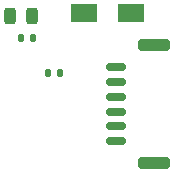
<source format=gbr>
%TF.GenerationSoftware,KiCad,Pcbnew,7.0.2*%
%TF.CreationDate,2023-07-22T23:42:46-04:00*%
%TF.ProjectId,encoder_go_v1_rev1,656e636f-6465-4725-9f67-6f5f76315f72,rev?*%
%TF.SameCoordinates,Original*%
%TF.FileFunction,Paste,Top*%
%TF.FilePolarity,Positive*%
%FSLAX46Y46*%
G04 Gerber Fmt 4.6, Leading zero omitted, Abs format (unit mm)*
G04 Created by KiCad (PCBNEW 7.0.2) date 2023-07-22 23:42:46*
%MOMM*%
%LPD*%
G01*
G04 APERTURE LIST*
G04 Aperture macros list*
%AMRoundRect*
0 Rectangle with rounded corners*
0 $1 Rounding radius*
0 $2 $3 $4 $5 $6 $7 $8 $9 X,Y pos of 4 corners*
0 Add a 4 corners polygon primitive as box body*
4,1,4,$2,$3,$4,$5,$6,$7,$8,$9,$2,$3,0*
0 Add four circle primitives for the rounded corners*
1,1,$1+$1,$2,$3*
1,1,$1+$1,$4,$5*
1,1,$1+$1,$6,$7*
1,1,$1+$1,$8,$9*
0 Add four rect primitives between the rounded corners*
20,1,$1+$1,$2,$3,$4,$5,0*
20,1,$1+$1,$4,$5,$6,$7,0*
20,1,$1+$1,$6,$7,$8,$9,0*
20,1,$1+$1,$8,$9,$2,$3,0*%
G04 Aperture macros list end*
%ADD10RoundRect,0.135000X-0.135000X-0.185000X0.135000X-0.185000X0.135000X0.185000X-0.135000X0.185000X0*%
%ADD11RoundRect,0.243750X0.243750X0.456250X-0.243750X0.456250X-0.243750X-0.456250X0.243750X-0.456250X0*%
%ADD12RoundRect,0.140000X-0.140000X-0.170000X0.140000X-0.170000X0.140000X0.170000X-0.140000X0.170000X0*%
%ADD13R,2.200000X1.550000*%
%ADD14RoundRect,0.150000X0.700000X-0.150000X0.700000X0.150000X-0.700000X0.150000X-0.700000X-0.150000X0*%
%ADD15RoundRect,0.250000X1.100000X-0.250000X1.100000X0.250000X-1.100000X0.250000X-1.100000X-0.250000X0*%
G04 APERTURE END LIST*
D10*
%TO.C,R1*%
X147090318Y-94607832D03*
X148110318Y-94607832D03*
%TD*%
D11*
%TO.C,D1*%
X148060501Y-92740999D03*
X146185501Y-92740999D03*
%TD*%
D12*
%TO.C,C1*%
X149451000Y-97541998D03*
X150411000Y-97541998D03*
%TD*%
D13*
%TO.C,D2*%
X152445000Y-92486999D03*
X156445000Y-92486999D03*
%TD*%
D14*
%TO.C,J1*%
X155154999Y-103326999D03*
X155154999Y-102076999D03*
X155154999Y-100826999D03*
X155154999Y-99576999D03*
X155154999Y-98326999D03*
X155154999Y-97076999D03*
D15*
X158354999Y-105176999D03*
X158354999Y-95226999D03*
%TD*%
M02*

</source>
